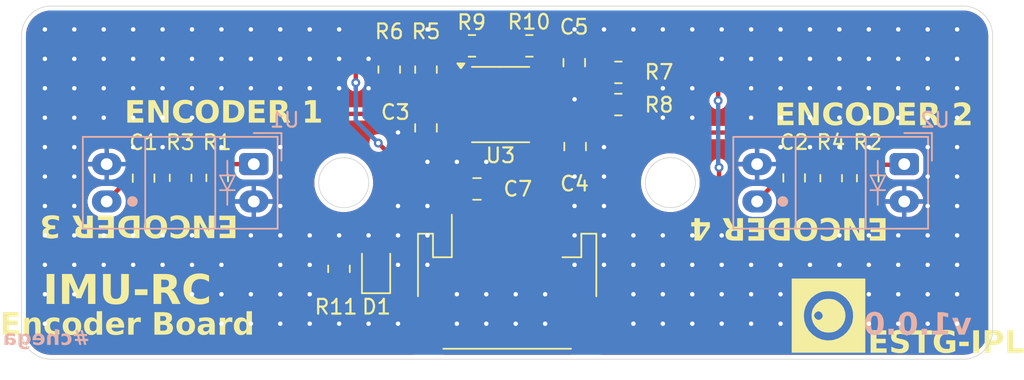
<source format=kicad_pcb>
(kicad_pcb (version 20241229) (generator "pcbnew") (generator_version "9.0")
  (title_block (title "IMU-RC Car Encoders Board") (date "2025-04-18") (rev "1") (company "ESTG-IPL"))
  (layers (0 "F.Cu" signal) (2 "B.Cu" signal) (13 "F.Paste" user) (15 "B.Paste" user) (5 "F.SilkS" user "F.Silkscreen") (7 "B.SilkS" user "B.Silkscreen") (1 "F.Mask" user) (3 "B.Mask" user) (25 "Edge.Cuts" user))
  (net 0 "")
  (net 1 "Net-(U3A-+)")
  (net 2 "GND")
  (net 3 "Net-(U3B-+)")
  (net 4 "+3.3V")
  (net 5 "Net-(D1-A)")
  (net 6 "ENC1")
  (net 7 "ENC2")
  (net 8 "Net-(R1-Pad2)")
  (net 9 "Net-(R2-Pad2)")
  (net 10 "Net-(U3A--)")
  (net 11 "Net-(U3B--)")
  (footprint "Capacitor_SMD:C_0805_2012Metric" (layer "F.Cu") (at 152.038099 102.959623 -90)
    (property "Reference" "C4" (at 2.53 0.04 180) (layer "F.SilkS"))
    (property "Value" "100nF")
    (fp_line (start -0.261252 0.735) (end 0.261252 0.735) (stroke (width 0.12)) (layer "F.SilkS"))
    (fp_line (start -0.261252 -0.735) (end 0.261252 -0.735) (stroke (width 0.12)) (layer "F.SilkS"))
    (pad "1" smd roundrect (at -0.95 0 270) (size 1 1.45) (layers "F.Cu" "F.Mask" "F.Paste") (net 3 "Net-(U3B-+)"))
    (pad "2" smd roundrect (at 0.95 0 270) (size 1 1.45) (layers "F.Cu" "F.Mask" "F.Paste") (net 2 "GND"))
  )
  (footprint "Resistor_SMD:R_0805_2012Metric" (layer "F.Cu") (at 148.928146 96.116341 180)
    (property "Reference" "R10" (at 0.025 1.625 180) (layer "F.SilkS"))
    (property "Value" "10k")
    (fp_line (start -0.227064 0.735) (end 0.227064 0.735) (stroke (width 0.12)) (layer "F.SilkS"))
    (fp_line (start -0.227064 -0.735) (end 0.227064 -0.735) (stroke (width 0.12)) (layer "F.SilkS"))
    (pad "1" smd roundrect (at -0.9125 0 180) (size 1.025 1.4) (layers "F.Cu" "F.Mask" "F.Paste") (roundrect_rratio 0.243902) (net 4 "+3.3V"))
    (pad "2" smd roundrect (at 0.9125 0 180) (size 1.025 1.4) (layers "F.Cu" "F.Mask" "F.Paste") (roundrect_rratio 0.243902) (net 7 "ENC2"))
  )
  (footprint "LED_SMD:LED_0805_2012Metric" (layer "F.Cu") (at 138.510001 111.2425 90)
    (property "Reference" "D1" (at -2.6125 0.025 180) (layer "F.SilkS"))
    (property "Value" "LED")
    (fp_line (start 1 -0.96) (end -1.685 -0.96) (stroke (width 0.12)) (layer "F.SilkS"))
    (fp_line (start -1.685 -0.96) (end -1.685 0.96) (stroke (width 0.12)) (layer "F.SilkS"))
    (fp_line (start -1.685 0.96) (end 1 0.96) (stroke (width 0.12)) (layer "F.SilkS"))
    (pad "1" smd roundrect (at -0.9375 0 90) (size 0.975 1.4) (layers "F.Cu" "F.Mask" "F.Paste") (net 2 "GND"))
    (pad "2" smd roundrect (at 0.9375 0 90) (size 0.975 1.4) (layers "F.Cu" "F.Mask" "F.Paste") (net 5 "Net-(D1-A)"))
  )
  (footprint "LOGO" (layer "F.Cu") (at 169.260001 114.430462)
    (property "Reference" "G***" (hide yes))
    (property "Value" "LOGO" (hide yes))
    (fp_poly (pts (xy 2.500923 0.019538) (xy 2.500923 2.54) (xy 0 2.54) (xy -2.500923 2.54) (xy -2.500923 0.044539) (xy -1.674774 0.044539) (xy -1.640412 0.373351) (xy -1.540809 0.691696) (xy -1.374224 0.988542) (xy -1.313562 1.068506) (xy -1.061763 1.322363) (xy -0.771087 1.515764) (xy -0.452424 1.644662) (xy -0.116659 1.705013) (xy 0.225319 1.692767) (xy 0.320461 1.67583) (xy 0.661685 1.56633) (xy 0.967138 1.393016) (xy 1.228376 1.163845) (xy 1.436958 0.886773) (xy 1.584442 0.569756) (xy 1.620037 0.450943) (xy 1.67354 0.096729) (xy 1.65316 -0.249816) (xy 1.563152 -0.579516) (xy 1.407771 -0.883194) (xy 1.191275 -1.151674) (xy 0.917917 -1.375781) (xy 0.720279 -1.489141) (xy 0.575806 -1.555057) (xy 0.449712 -1.596214) (xy 0.31135 -1.619759) (xy 0.130075 -1.632835) (xy 0.097544 -1.634323) (xy -0.199828 -1.632127) (xy -0.451926 -1.592226) (xy -0.685269 -1.507804) (xy -0.926375 -1.372042) (xy -0.928863 -1.370436) (xy -1.194608 -1.154757) (xy -1.403811 -0.894389) (xy -1.554733 -0.600363) (xy -1.645634 -0.28371) (xy -1.674774 0.044539) (xy -2.500923 0.044539) (xy -2.500923 0.019538) (xy -2.500923 -2.500923) (xy 0 -2.500923) (xy 2.500923 -2.500923)) (fill yes) (layer "F.SilkS"))
    (fp_poly (pts (xy 0.129554 -1.114539) (xy 0.344688 -1.080893) (xy 0.497144 -1.025061) (xy 0.750518 -0.856142) (xy 0.941697 -0.648396) (xy 1.042655 -0.477413) (xy 1.133606 -0.207913) (xy 1.153649 0.069327) (xy 1.107397 0.341918) (xy 0.99946 0.597475) (xy 0.83445 0.823611) (xy 0.616978 1.00794) (xy 0.456821 1.09625) (xy 0.254463 1.155294) (xy 0.016016 1.174832) (xy -0.227511 1.155434) (xy -0.44511 1.097668) (xy -0.488462 1.078904) (xy -0.732255 0.923233) (xy -0.925253 0.71845) (xy -1.062968 0.477122) (xy -1.14091 0.211819) (xy -1.150417 0.019538) (xy -0.976923 0.019538) (xy -0.942569 0.134033) (xy -0.856359 0.236298) (xy -0.743568 0.30152) (xy -0.678372 0.312615) (xy -0.572661 0.286007) (xy -0.481211 0.227649) (xy -0.408829 0.118683) (xy -0.39077 0.030489) (xy -0.424167 -0.089952) (xy -0.50847 -0.195874) (xy -0.619845 -0.262551) (xy -0.683847 -0.273539) (xy -0.781281 -0.246447) (xy -0.877647 -0.180924) (xy -0.881007 -0.177623) (xy -0.947647 -0.082386) (xy -0.976867 0.015997) (xy -0.976923 0.019538) (xy -1.150417 0.019538) (xy -1.154592 -0.064889) (xy -1.099525 -0.340434) (xy -1.043742 -0.47602) (xy -0.888538 -0.717468) (xy -0.679289 -0.912038) (xy -0.497145 -1.025061) (xy -0.320635 -1.086623) (xy -0.101978 -1.116448)) (fill yes) (layer "F.SilkS"))
  )
  (footprint "Package_SO:SOIC-8_3.9x4.9mm_P1.27mm" (layer "F.Cu") (at 146.974379 100.106331)
    (property "Reference" "U3" (at -0.007302 3.457962 0) (layer "F.SilkS"))
    (property "Value" "LMV393")
    (fp_line (start 0 -2.56) (end -1.95 -2.56) (stroke (width 0.12)) (layer "F.SilkS"))
    (fp_line (start 0 -2.56) (end 1.95 -2.56) (stroke (width 0.12)) (layer "F.SilkS"))
    (fp_line (start 0 2.56) (end -1.95 2.56) (stroke (width 0.12)) (layer "F.SilkS"))
    (fp_line (start 0 2.56) (end 1.95 2.56) (stroke (width 0.12)) (layer "F.SilkS"))
    (fp_poly (pts (xy -2.7 -2.465) (xy -2.94 -2.795) (xy -2.46 -2.795) (xy -2.7 -2.465)) (stroke (width 0.12)) (fill yes) (layer "F.SilkS"))
    (pad "1" smd roundrect (at -2.475 -1.905) (size 1.95 0.6) (layers "F.Cu" "F.Mask" "F.Paste") (net 6 "ENC1"))
    (pad "2" smd roundrect (at -2.475 -0.635) (size 1.95 0.6) (layers "F.Cu" "F.Mask" "F.Paste") (net 10 "Net-(U3A--)"))
    (pad "3" smd roundrect (at -2.475 0.635) (size 1.95 0.6) (layers "F.Cu" "F.Mask" "F.Paste") (net 1 "Net-(U3A-+)"))
    (pad "4" smd roundrect (at -2.475 1.905) (size 1.95 0.6) (layers "F.Cu" "F.Mask" "F.Paste") (net 2 "GND"))
    (pad "5" smd roundrect (at 2.475 1.905) (size 1.95 0.6) (layers "F.Cu" "F.Mask" "F.Paste") (net 3 "Net-(U3B-+)"))
    (pad "6" smd roundrect (at 2.475 0.635) (size 1.95 0.6) (layers "F.Cu" "F.Mask" "F.Paste") (net 11 "Net-(U3B--)"))
    (pad "7" smd roundrect (at 2.475 -0.635) (size 1.95 0.6) (layers "F.Cu" "F.Mask" "F.Paste") (net 7 "ENC2"))
    (pad "8" smd roundrect (at 2.475 -1.905) (size 1.95 0.6) (layers "F.Cu" "F.Mask" "F.Paste") (net 4 "+3.3V"))
  )
  (footprint "Resistor_SMD:R_0805_2012Metric" (layer "F.Cu") (at 154.977501 97.92)
    (property "Reference" "R7" (at 2.7625 -0.02 0) (layer "F.SilkS"))
    (property "Value" "10k")
    (fp_line (start -0.227064 -0.735) (end 0.227064 -0.735) (stroke (width 0.12)) (layer "F.SilkS"))
    (fp_line (start -0.227064 0.735) (end 0.227064 0.735) (stroke (width 0.12)) (layer "F.SilkS"))
    (pad "1" smd roundrect (at -0.9125 0) (size 1.025 1.4) (layers "F.Cu" "F.Mask" "F.Paste") (roundrect_rratio 0.243902) (net 4 "+3.3V"))
    (pad "2" smd roundrect (at 0.9125 0) (size 1.025 1.4) (layers "F.Cu" "F.Mask" "F.Paste") (roundrect_rratio 0.243902) (net 11 "Net-(U3B--)"))
  )
  (footprint "Resistor_SMD:R_0805_2012Metric" (layer "F.Cu") (at 127.710001 105.08875 90)
    (property "Reference" "R1" (at 2.4125 0 180) (layer "F.SilkS"))
    (property "Value" "180")
    (fp_line (start -0.227064 -0.735) (end 0.227064 -0.735) (stroke (width 0.12)) (layer "F.SilkS"))
    (fp_line (start -0.227064 0.735) (end 0.227064 0.735) (stroke (width 0.12)) (layer "F.SilkS"))
    (pad "1" smd roundrect (at -0.9125 0 90) (size 1.025 1.4) (layers "F.Cu" "F.Mask" "F.Paste") (roundrect_rratio 0.243902) (net 4 "+3.3V"))
    (pad "2" smd roundrect (at 0.9125 0 90) (size 1.025 1.4) (layers "F.Cu" "F.Mask" "F.Paste") (roundrect_rratio 0.243902) (net 8 "Net-(R1-Pad2)"))
  )
  (footprint "Resistor_SMD:R_0805_2012Metric" (layer "F.Cu") (at 169.440001 105.11125 90)
    (property "Reference" "R4" (at 2.445 -0.015 180) (layer "F.SilkS"))
    (property "Value" "10k")
    (fp_line (start -0.227064 -0.735) (end 0.227064 -0.735) (stroke (width 0.12)) (layer "F.SilkS"))
    (fp_line (start -0.227064 0.735) (end 0.227064 0.735) (stroke (width 0.12)) (layer "F.SilkS"))
    (pad "1" smd roundrect (at -0.9125 0 90) (size 1.025 1.4) (layers "F.Cu" "F.Mask" "F.Paste") (roundrect_rratio 0.243902) (net 4 "+3.3V"))
    (pad "2" smd roundrect (at 0.9125 0 90) (size 1.025 1.4) (layers "F.Cu" "F.Mask" "F.Paste") (roundrect_rratio 0.243902) (net 3 "Net-(U3B-+)"))
  )
  (footprint "Resistor_SMD:R_0805_2012Metric" (layer "F.Cu") (at 145.028146 96.116341)
    (property "Reference" "R9" (at -0.025 -1.6 180) (layer "F.SilkS"))
    (property "Value" "10k")
    (fp_line (start -0.227064 -0.735) (end 0.227064 -0.735) (stroke (width 0.12)) (layer "F.SilkS"))
    (fp_line (start -0.227064 0.735) (end 0.227064 0.735) (stroke (width 0.12)) (layer "F.SilkS"))
    (pad "1" smd roundrect (at -0.9125 0) (size 1.025 1.4) (layers "F.Cu" "F.Mask" "F.Paste") (roundrect_rratio 0.243902) (net 4 "+3.3V"))
    (pad "2" smd roundrect (at 0.9125 0) (size 1.025 1.4) (layers "F.Cu" "F.Mask" "F.Paste") (roundrect_rratio 0.243902) (net 6 "ENC1"))
  )
  (footprint "Resistor_SMD:R_0805_2012Metric" (layer "F.Cu") (at 139.403146 97.728841 90)
    (property "Reference" "R6" (at 2.5875 0 0) (layer "F.SilkS"))
    (property "Value" "10k")
    (fp_line (start -0.227064 -0.735) (end 0.227064 -0.735) (stroke (width 0.12)) (layer "F.SilkS"))
    (fp_line (start -0.227064 0.735) (end 0.227064 0.735) (stroke (width 0.12)) (layer "F.SilkS"))
    (pad "1" smd roundrect (at -0.9125 0 90) (size 1.025 1.4) (layers "F.Cu" "F.Mask" "F.Paste") (roundrect_rratio 0.243902) (net 10 "Net-(U3A--)"))
    (pad "2" smd roundrect (at 0.9125 0 90) (size 1.025 1.4) (layers "F.Cu" "F.Mask" "F.Paste") (roundrect_rratio 0.243902) (net 2 "GND"))
  )
  (footprint "Resistor_SMD:R_0805_2012Metric" (layer "F.Cu") (at 125.225001 105.08875 90)
    (property "Reference" "R3" (at 2.4125 -0.015 180) (layer "F.SilkS"))
    (property "Value" "10k")
    (fp_line (start -0.227064 -0.735) (end 0.227064 -0.735) (stroke (width 0.12)) (layer "F.SilkS"))
    (fp_line (start -0.227064 0.735) (end 0.227064 0.735) (stroke (width 0.12)) (layer "F.SilkS"))
    (pad "1" smd roundrect (at -0.9125 0 90) (size 1.025 1.4) (layers "F.Cu" "F.Mask" "F.Paste") (roundrect_rratio 0.243902) (net 4 "+3.3V"))
    (pad "2" smd roundrect (at 0.9125 0 90) (size 1.025 1.4) (layers "F.Cu" "F.Mask" "F.Paste") (roundrect_rratio 0.243902) (net 1 "Net-(U3A-+)"))
  )
  (footprint "Capacitor_SMD:C_0805_2012Metric" (layer "F.Cu") (at 122.710001 105.10875 -90)
    (property "Reference" "C1" (at -2.4325 0 180) (layer "F.SilkS"))
    (property "Value" "1nF")
    (fp_line (start -0.261252 0.735) (end 0.261252 0.735) (stroke (width 0.12)) (layer "F.SilkS"))
    (fp_line (start -0.261252 -0.735) (end 0.261252 -0.735) (stroke (width 0.12)) (layer "F.SilkS"))
    (pad "1" smd roundrect (at -0.95 0 270) (size 1 1.45) (layers "F.Cu" "F.Mask" "F.Paste") (net 1 "Net-(U3A-+)"))
    (pad "2" smd roundrect (at 0.95 0 270) (size 1 1.45) (layers "F.Cu" "F.Mask" "F.Paste") (net 2 "GND"))
  )
  (footprint "Capacitor_SMD:C_0805_2012Metric" (layer "F.Cu") (at 145.370001 105.84)
    (property "Reference" "C7" (at 2.775 0 0) (layer "F.SilkS"))
    (property "Value" "10uF")
    (fp_line (start -0.261252 -0.735) (end 0.261252 -0.735) (stroke (width 0.12)) (layer "F.SilkS"))
    (fp_line (start -0.261252 0.735) (end 0.261252 0.735) (stroke (width 0.12)) (layer "F.SilkS"))
    (pad "1" smd roundrect (at -0.95 0) (size 1 1.45) (layers "F.Cu" "F.Mask" "F.Paste") (net 4 "+3.3V"))
    (pad "2" smd roundrect (at 0.95 0) (size 1 1.45) (layers "F.Cu" "F.Mask" "F.Paste") (net 2 "GND"))
  )
  (footprint "Resistor_SMD:R_0805_2012Metric" (layer "F.Cu") (at 154.974856 100.107109)
    (property "Reference" "R8" (at 2.76509 0.024599 0) (layer "F.SilkS"))
    (property "Value" "10k")
    (fp_line (start -0.227064 -0.735) (end 0.227064 -0.735) (stroke (width 0.12)) (layer "F.SilkS"))
    (fp_line (start -0.227064 0.735) (end 0.227064 0.735) (stroke (width 0.12)) (layer "F.SilkS"))
    (pad "1" smd roundrect (at -0.9125 0) (size 1.025 1.4) (layers "F.Cu" "F.Mask" "F.Paste") (roundrect_rratio 0.243902) (net 11 "Net-(U3B--)"))
    (pad "2" smd roundrect (at 0.9125 0) (size 1.025 1.4) (layers "F.Cu" "F.Mask" "F.Paste") (roundrect_rratio 0.243902) (net 2 "GND"))
  )
  (footprint "Capacitor_SMD:C_0805_2012Metric" (layer "F.Cu") (at 166.925001 105.09125 -90)
    (property "Reference" "C2" (at -2.425 0 180) (layer "F.SilkS"))
    (property "Value" "1nF")
    (fp_line (start -0.261252 0.735) (end 0.261252 0.735) (stroke (width 0.12)) (layer "F.SilkS"))
    (fp_line (start -0.261252 -0.735) (end 0.261252 -0.735) (stroke (width 0.12)) (layer "F.SilkS"))
    (pad "1" smd roundrect (at -0.95 0 270) (size 1 1.45) (layers "F.Cu" "F.Mask" "F.Paste") (net 3 "Net-(U3B-+)"))
    (pad "2" smd roundrect (at 0.95 0 270) (size 1 1.45) (layers "F.Cu" "F.Mask" "F.Paste") (net 2 "GND"))
  )
  (footprint "Resistor_SMD:R_0805_2012Metric" (layer "F.Cu") (at 171.925001 105.11125 90)
    (property "Reference" "R2" (at 2.445 0 180) (layer "F.SilkS"))
    (property "Value" "180")
    (fp_line (start -0.227064 -0.735) (end 0.227064 -0.735) (stroke (width 0.12)) (layer "F.SilkS"))
    (fp_line (start -0.227064 0.735) (end 0.227064 0.735) (stroke (width 0.12)) (layer "F.SilkS"))
    (pad "1" smd roundrect (at -0.9125 0 90) (size 1.025 1.4) (layers "F.Cu" "F.Mask" "F.Paste") (roundrect_rratio 0.243902) (net 4 "+3.3V"))
    (pad "2" smd roundrect (at 0.9125 0 90) (size 1.025 1.4) (layers "F.Cu" "F.Mask" "F.Paste") (roundrect_rratio 0.243902) (net 9 "Net-(R2-Pad2)"))
  )
  (footprint "IMURCLibrary:JST_PH_S4B-PH-SM4-TB_1x04-1MP_P2.00mm_Horizontal" (layer "F.Cu") (at 147.418759 112.193805)
    (property "Reference" "J1" (hide yes))
    (property "Value" "Conn_01x04_Socket")
    (fp_line (start -6.06 -3.31) (end -5.04 -3.31) (stroke (width 0.12)) (layer "F.SilkS"))
    (fp_line (start -6.06 0.94) (end -6.06 -3.31) (stroke (width 0.12)) (layer "F.SilkS"))
    (fp_line (start -5.04 -3.31) (end -5.04 -1.71) (stroke (width 0.12)) (layer "F.SilkS"))
    (fp_line (start -5.04 -1.71) (end -3.76 -1.71) (stroke (width 0.12)) (layer "F.SilkS"))
    (fp_line (start -4.34 4.51) (end 4.34 4.51) (stroke (width 0.12)) (layer "F.SilkS"))
    (fp_line (start -3.76 -1.71) (end -3.76 -4.6) (stroke (width 0.12)) (layer "F.SilkS"))
    (fp_line (start 5.04 -3.31) (end 5.04 -1.71) (stroke (width 0.12)) (layer "F.SilkS"))
    (fp_line (start 5.04 -1.71) (end 3.76 -1.71) (stroke (width 0.12)) (layer "F.SilkS"))
    (fp_line (start 6.06 -3.31) (end 5.04 -3.31) (stroke (width 0.12)) (layer "F.SilkS"))
    (fp_line (start 6.06 0.94) (end 6.06 -3.31) (stroke (width 0.12)) (layer "F.SilkS"))
    (pad "1" smd roundrect (at -3 -2.85) (size 1 3.5) (layers "F.Cu" "F.Mask" "F.Paste") (net 4 "+3.3V"))
    (pad "2" smd roundrect (at -1 -2.85) (size 1 3.5) (layers "F.Cu" "F.Mask" "F.Paste") (net 2 "GND"))
    (pad "3" smd roundrect (at 1 -2.85) (size 1 3.5) (layers "F.Cu" "F.Mask" "F.Paste") (net 6 "ENC1"))
    (pad "4" smd roundrect (at 3 -2.85) (size 1 3.5) (layers "F.Cu" "F.Mask" "F.Paste") (net 7 "ENC2"))
    (pad "MP" smd roundrect (at -5.35 2.9) (size 1.5 3.4) (layers "F.Cu" "F.Mask" "F.Paste") (roundrect_rratio 0.166667))
    (pad "MP" smd roundrect (at 5.35 2.9) (size 1.5 3.4) (layers "F.Cu" "F.Mask" "F.Paste") (roundrect_rratio 0.166667))
  )
  (footprint "Resistor_SMD:R_0805_2012Metric" (layer "F.Cu") (at 135.989146 111.272242 -90)
    (property "Reference" "R11" (at 2.5875 0.2 180) (layer "F.SilkS"))
    (property "Value" "1k")
    (fp_line (start -0.227064 0.735) (end 0.227064 0.735) (stroke (width 0.12)) (layer "F.SilkS"))
    (fp_line (start -0.227064 -0.735) (end 0.227064 -0.735) (stroke (width 0.12)) (layer "F.SilkS"))
    (pad "1" smd roundrect (at -0.9125 0 270) (size 1.025 1.4) (layers "F.Cu" "F.Mask" "F.Paste") (roundrect_rratio 0.243902) (net 5 "Net-(D1-A)"))
    (pad "2" smd roundrect (at 0.9125 0 270) (size 1.025 1.4) (layers "F.Cu" "F.Mask" "F.Paste") (roundrect_rratio 0.243902) (net 4 "+3.3V"))
  )
  (footprint "Capacitor_SMD:C_0805_2012Metric" (layer "F.Cu") (at 151.979238 97.255366 90)
    (property "Reference" "C5" (at 2.425588 -0.01168 180) (layer "F.SilkS"))
    (property "Value" "100nF")
    (fp_line (start -0.261252 -0.735) (end 0.261252 -0.735) (stroke (width 0.12)) (layer "F.SilkS"))
    (fp_line (start -0.261252 0.735) (end 0.261252 0.735) (stroke (width 0.12)) (layer "F.SilkS"))
    (pad "1" smd roundrect (at -0.95 0 90) (size 1 1.45) (layers "F.Cu" "F.Mask" "F.Paste") (net 4 "+3.3V"))
    (pad "2" smd roundrect (at 0.95 0 90) (size 1 1.45) (layers "F.Cu" "F.Mask" "F.Paste") (net 2 "GND"))
  )
  (footprint "Resistor_SMD:R_0805_2012Metric" (layer "F.Cu") (at 141.903146 97.728841 -90)
    (property "Reference" "R5" (at -2.5875 0 0) (layer "F.SilkS"))
    (property "Value" "10k")
    (fp_line (start -0.227064 0.735) (end 0.227064 0.735) (stroke (width 0.12)) (layer "F.SilkS"))
    (fp_line (start -0.227064 -0.735) (end 0.227064 -0.735) (stroke (width 0.12)) (layer "F.SilkS"))
    (pad "1" smd roundrect (at -0.9125 0 270) (size 1.025 1.4) (layers "F.Cu" "F.Mask" "F.Paste") (roundrect_rratio 0.243902) (net 4 "+3.3V"))
    (pad "2" smd roundrect (at 0.9125 0 270) (size 1.025 1.4) (layers "F.Cu" "F.Mask" "F.Paste") (roundrect_rratio 0.243902) (net 10 "Net-(U3A--)"))
  )
  (footprint "Capacitor_SMD:C_0805_2012Metric" (layer "F.Cu") (at 141.903146 101.691341 -90)
    (property "Reference" "C3" (at -1.066718 2.080047 180) (layer "F.SilkS"))
    (property "Value" "100nF")
    (fp_line (start -0.261252 0.735) (end 0.261252 0.735) (stroke (width 0.12)) (layer "F.SilkS"))
    (fp_line (start -0.261252 -0.735) (end 0.261252 -0.735) (stroke (width 0.12)) (layer "F.SilkS"))
    (pad "1" smd roundrect (at -0.95 0 270) (size 1 1.45) (layers "F.Cu" "F.Mask" "F.Paste") (net 1 "Net-(U3A-+)"))
    (pad "2" smd roundrect (at 0.95 0 270) (size 1 1.45) (layers "F.Cu" "F.Mask" "F.Paste") (net 2 "GND"))
  )
  (footprint "OptoDevice:Everlight_ITR9608-F" (layer "B.Cu") (at 174.406607 104.152627 180)
    (property "Reference" "U2" (at -1 3 0) (layer "B.SilkS") (effects (justify right mirror)))
    (property "Value" "ITR9608-F")
    (fp_line (start 11.62 1.85) (end -1.62 1.85) (stroke (width 0.12)) (layer "B.SilkS"))
    (fp_line (start 11.62 -4.39) (end 11.62 1.85) (stroke (width 0.12)) (layer "B.SilkS"))
    (fp_line (start 7.38 1.85) (end 7.38 -4.37) (stroke (width 0.12)) (layer "B.SilkS"))
    (fp_line (start 2.62 1.85) (end 2.62 -4.37) (stroke (width 0.12)) (layer "B.SilkS"))
    (fp_line (start 2.3 -0.77) (end 1.8 -1.77) (stroke (width 0.12)) (layer "B.SilkS"))
    (fp_line (start 1.8 0.23) (end 1.8 -0.77) (stroke (width 0.12)) (layer "B.SilkS"))
    (fp_line (start 1.8 -1.77) (end 1.3 -0.77) (stroke (width 0.12)) (layer "B.SilkS"))
    (fp_line (start 1.8 -2.77) (end 1.8 -1.77) (stroke (width 0.12)) (layer "B.SilkS"))
    (fp_line (start 1.3 -0.77) (end 2.3 -0.77) (stroke (width 0.12)) (layer "B.SilkS"))
    (fp_line (start 1.3 -1.77) (end 2.3 -1.77) (stroke (width 0.12)) (layer "B.SilkS"))
    (fp_line (start 0 2.11) (end -1.88 2.11) (stroke (width 0.12)) (layer "B.SilkS"))
    (fp_line (start -1.62 1.85) (end -1.62 -4.39) (stroke (width 0.12)) (layer "B.SilkS"))
    (fp_line (start -1.62 -4.39) (end 11.62 -4.39) (stroke (width 0.12)) (layer "B.SilkS"))
    (fp_line (start -1.88 0.23) (end -1.88 2.11) (stroke (width 0.12)) (layer "B.SilkS"))
    (fp_circle (center 8.25 -2.54) (end 8.55 -2.54) (stroke (width 0.12)) (fill yes) (layer "B.SilkS"))
    (pad "1" thru_hole roundrect (at 0 0 90) (size 1.5 2) (drill 0.8) (layers "*.Cu" "*.Mask") (roundrect_rratio 0.227) (net 9 "Net-(R2-Pad2)"))
    (pad "2" thru_hole oval (at 0 -2.54 90) (size 1.5 2) (drill 0.8) (layers "*.Cu" "*.Mask") (net 2 "GND"))
    (pad "3" thru_hole oval (at 10 -2.54 90) (size 1.5 2) (drill 0.8) (layers "*.Cu" "*.Mask") (net 3 "Net-(U3B-+)"))
    (pad "4" thru_hole oval (at 10 0 90) (size 1.5 2) (drill 0.8) (layers "*.Cu" "*.Mask") (net 2 "GND"))
  )
  (footprint "OptoDevice:Everlight_ITR9608-F" (layer "B.Cu") (at 130.200001 104.152627 180)
    (property "Reference" "U1" (at -1 3 0) (layer "B.SilkS") (effects (justify right mirror)))
    (property "Value" "ITR9608-F")
    (fp_line (start 11.62 1.85) (end -1.62 1.85) (stroke (width 0.12)) (layer "B.SilkS"))
    (fp_line (start 11.62 -4.39) (end 11.62 1.85) (stroke (width 0.12)) (layer "B.SilkS"))
    (fp_line (start 7.38 1.85) (end 7.38 -4.37) (stroke (width 0.12)) (layer "B.SilkS"))
    (fp_line (start 2.62 1.85) (end 2.62 -4.37) (stroke (width 0.12)) (layer "B.SilkS"))
    (fp_line (start 2.3 -0.77) (end 1.8 -1.77) (stroke (width 0.12)) (layer "B.SilkS"))
    (fp_line (start 1.8 0.23) (end 1.8 -0.77) (stroke (width 0.12)) (layer "B.SilkS"))
    (fp_line (start 1.8 -1.77) (end 1.3 -0.77) (stroke (width 0.12)) (layer "B.SilkS"))
    (fp_line (start 1.8 -2.77) (end 1.8 -1.77) (stroke (width 0.12)) (layer "B.SilkS"))
    (fp_line (start 1.3 -0.77) (end 2.3 -0.77) (stroke (width 0.12)) (layer "B.SilkS"))
    (fp_line (start 1.3 -1.77) (end 2.3 -1.77) (stroke (width 0.12)) (layer "B.SilkS"))
    (fp_line (start 0 2.11) (end -1.88 2.11) (stroke (width 0.12)) (layer "B.SilkS"))
    (fp_line (start -1.62 1.85) (end -1.62 -4.39) (stroke (width 0.12)) (layer "B.SilkS"))
    (fp_line (start -1.62 -4.39) (end 11.62 -4.39) (stroke (width 0.12)) (layer "B.SilkS"))
    (fp_line (start -1.88 0.23) (end -1.88 2.11) (stroke (width 0.12)) (layer "B.SilkS"))
    (fp_circle (center 8.25 -2.54) (end 8.55 -2.54) (stroke (width 0.12)) (fill yes) (layer "B.SilkS"))
    (pad "1" thru_hole roundrect (at 0 0 90) (size 1.5 2) (drill 0.8) (layers "*.Cu" "*.Mask") (roundrect_rratio 0.227) (net 8 "Net-(R1-Pad2)"))
    (pad "2" thru_hole oval (at 0 -2.54 90) (size 1.5 2) (drill 0.8) (layers "*.Cu" "*.Mask") (net 2 "GND"))
    (pad "3" thru_hole oval (at 10 -2.54 90) (size 1.5 2) (drill 0.8) (layers "*.Cu" "*.Mask") (net 1 "Net-(U3A-+)"))
    (pad "4" thru_hole oval (at 10 0 90) (size 1.5 2) (drill 0.8) (layers "*.Cu" "*.Mask") (net 2 "GND"))
  )
  (gr_line (start 116.414215 93.414214) (end 178.414215 93.414214) (stroke (width 0.05)) (layer "Edge.Cuts"))
  (gr_arc (start 178.414215 93.414214) (mid 179.828415 94.000006) (end 180.414215 95.414214) (stroke (width 0.05)) (layer "Edge.Cuts"))
  (gr_circle (center 136.309908 105.414311) (end 138.009908 105.414311) (stroke (width 0.05)) (fill no) (layer "Edge.Cuts"))
  (gr_circle (center 158.509908 105.414311) (end 160.209908 105.414311) (stroke (width 0.05)) (fill no) (layer "Edge.Cuts"))
  (gr_line (start 114.414215 115.414214) (end 114.414215 95.414215) (stroke (width 0.05)) (layer "Edge.Cuts"))
  (gr_arc (start 116.414215 117.414214) (mid 115.000001 116.828428) (end 114.414215 115.414214) (stroke (width 0.05)) (layer "Edge.Cuts"))
  (gr_arc (start 114.414215 95.414215) (mid 115 94) (end 116.414215 93.414214) (stroke (width 0.05)) (layer "Edge.Cuts"))
  (gr_arc (start 180.414215 115.414214) (mid 179.828424 116.828423) (end 178.414215 117.414214) (stroke (width 0.05)) (layer "Edge.Cuts"))
  (gr_line (start 116.414215 117.414213) (end 178.414215 117.414214) (stroke (width 0.05)) (layer "Edge.Cuts"))
  (gr_line (start 180.414215 95.414214) (end 180.414215 115.414214) (stroke (width 0.05)) (layer "Edge.Cuts"))
  (gr_text "ESTG-IPL" (at 171.930001 117.23 0) (layer "F.SilkS") (effects (font (size 1.5 1.5) (thickness 0.3) (bold yes)) (justify left bottom)))
  (gr_text "Encoder Board" (at 121.600001 116 0) (layer "F.SilkS") (effects (font (size 1.5 1.5) (thickness 0.3) (bold yes)) (justify bottom)))
  (gr_text "IMU-RC" (at 121.600001 114 0) (layer "F.SilkS") (effects (font (size 2 2) (thickness 0.3) (bold yes)) (justify bottom)))
  (gr_text "ENCODER 4" (at 173.330001 107.57 180) (layer "F.SilkS") (effects (font (size 1.5 1.5) (thickness 0.3) (bold yes)) (justify left bottom)))
  (gr_text "ENCODER 2" (at 165.600001 101.76 0) (layer "F.SilkS") (effects (font (size 1.5 1.5) (thickness 0.3) (bold yes)) (justify left bottom)))
  (gr_text "ENCODER 3" (at 129.140001 107.4 180) (layer "F.SilkS") (effects (font (size 1.5 1.5) (thickness 0.3) (bold yes)) (justify left bottom)))
  (gr_text "ENCODER 1" (at 121.410001 101.59 0) (layer "F.SilkS") (effects (font (size 1.5 1.5) (thickness 0.3) (bold yes)) (justify left bottom)))
  (gr_text "v1.0.0" (at 179.000001 116 0) (layer "B.SilkS") (effects (font (size 1.5 1.5) (thickness 0.3) (bold yes)) (justify left bottom mirror)))
  (gr_text "#chega" (at 119.040001 116.61 0) (layer "B.SilkS") (effects (font (size 1 1) (thickness 0.25) (bold yes)) (justify left bottom mirror)))
  (segment (start 144.499379 100.741331) (end 141.903156 100.741331) (width 0.3) (layer "F.Cu") (net 1))
  (segment (start 120.200001 106.66875) (end 122.710001 104.15875) (width 0.3) (layer "F.Cu") (net 1))
  (segment (start 120.200001 106.692627) (end 120.200001 106.66875) (width 0.3) (layer "F.Cu") (net 1))
  (segment (start 128.65991 100.741341) (end 141.903146 100.741341) (width 0.3) (layer "F.Cu") (net 1))
  (segment (start 122.710001 104.15875) (end 125.207501 104.15875) (width 0.3) (layer "F.Cu") (net 1))
  (segment (start 125.207501 104.15875) (end 125.225001 104.17625) (width 0.3) (layer "F.Cu") (net 1))
  (segment (start 141.903156 100.741331) (end 141.903146 100.741341) (width 0.3) (layer "F.Cu") (net 1))
  (segment (start 122.703878 104.152627) (end 122.710001 104.15875) (width 0.3) (layer "F.Cu") (net 1))
  (segment (start 125.225001 104.17625) (end 128.65991 100.741341) (width 0.3) (layer "F.Cu") (net 1))
  (via (at 170.000001 101) (size 0.6) (drill 0.3) (layers "F.Cu" "B.Cu") (net 2))
  (via (at 156.000001 111) (size 0.6) (drill 0.3) (layers "F.Cu" "B.Cu") (net 2))
  (via (at 160.000001 95) (size 0.6) (drill 0.3) (layers "F.Cu" "B.Cu") (net 2))
  (via (at 176.000001 105) (size 0.6) (drill 0.3) (layers "F.Cu" "B.Cu") (net 2))
  (via (at 120.000001 95) (size 0.6) (drill 0.3) (layers "F.Cu" "B.Cu") (net 2))
  (via (at 172.000001 113) (size 0.6) (drill 0.3) (layers "F.Cu" "B.Cu") (net 2))
  (via (at 170.000001 111) (size 0.6) (drill 0.3) (layers "F.Cu" "B.Cu") (net 2))
  (via (at 176.000001 113) (size 0.6) (drill 0.3) (layers "F.Cu" "B.Cu") (net 2))
  (via (at 116.000001 97) (size 0.6) (drill 0.3) (layers "F.Cu" "B.Cu") (net 2))
  (via (at 130.000001 109) (size 0.6) (drill 0.3) (layers "F.Cu" "B.Cu") (net 2))
  (via (at 174.000001 97) (size 0.6) (drill 0.3) (layers "F.Cu" "B.Cu") (net 2))
  (via (at 166.000001 111) (size 0.6) (drill 0.3) (layers "F.Cu" "B.Cu") (net 2))
  (via (at 120.000001 99) (size 0.6) (drill 0.3) (layers "F.Cu" "B.Cu") (net 2))
  (via (at 126.000001 111) (size 0.6) (drill 0.3) (layers "F.Cu" "B.Cu") (net 2))
  (via (at 164.000001 115) (size 0.6) (drill 0.3) (layers "F.Cu" "B.Cu") (net 2))
  (via (at 172.000001 109) (size 0.6) (drill 0.3) (layers "F.Cu" "B.Cu") (net 2))
  (via (at 132.000001 105) (size 0.6) (drill 0.3) (layers "F.Cu" "B.Cu") (net 2))
  (via (at 122.000001 97) (size 0.6) (drill 0.3) (layers "F.Cu" "B.Cu") (net 2))
  (via (at 154.000001 103) (size 0.6) (drill 0.3) (layers "F.Cu" "B.Cu") (net 2))
  (via (at 118.000001 105) (size 0.6) (drill 0.3) (layers "F.Cu" "B.Cu") (net 2))
  (via (at 138.000001 99) (size 0.6) (drill 0.3) (layers "F.Cu" "B.Cu") (net 2))
  (via (at 160.000001 115) (size 0.6) (drill 0.3) (layers "F.Cu" "B.Cu") (net 2))
  (via (at 158.000001 109) (size 0.6) (drill 0.3) (layers "F.Cu" "B.Cu") (net 2))
  (via (at 132.000001 109) (size 0.6) (drill 0.3) (layers "F.Cu" "B.Cu") (net 2))
  (via (at 132.000001 99) (size 0.6) (drill 0.3) (layers "F.Cu" "B.Cu") (net 2))
  (via (at 178.000001 105) (size 0.6) (drill 0.3) (layers "F.Cu" "B.Cu") (net 2))
  (via (at 132.000001 95) (size 0.6) (drill 0.3) (layers "F.Cu" "B.Cu") (net 2))
  (via (at 130.000001 95) (size 0.6) (drill 0.3) (layers "F.Cu" "B.Cu") (net 2))
  (via (at 128.000001 115) (size 0.6) (drill 0.3) (layers "F.Cu" "B.Cu") (net 2))
  (via (at 146.000001 113) (size 0.6) (drill 0.3) (layers "F.Cu" "B.Cu") (net 2))
  (via (at 168.000001 111) (size 0.6) (drill 0.3) (layers "F.Cu" "B.Cu") (net 2))
  (via (at 166.000001 101) (size 0.6) (drill 0.3) (layers "F.Cu" "B.Cu") (net 2))
  (via (at 132.000001 115) (size 0.6) (drill 0.3) (layers "F.Cu" "B.Cu") (net 2))
  (via (at 116.000001 105) (size 0.6) (drill 0.3) (layers "F.Cu" "B.Cu") (net 2))
  (via (at 122.000001 99) (size 0.6) (drill 0.3) (layers "F.Cu" "B.Cu") (net 2))
  (via (at 138.000001 97) (size 0.6) (drill 0.3) (layers "F.Cu" "B.Cu") (net 2))
  (via (at 148.000001 115) (size 0.6) (drill 0.3) (layers "F.Cu" "B.Cu") (net 2))
  (via (at 178.000001 101) (size 0.6) (drill 0.3) (layers "F.Cu" "B.Cu") (net 2))
  (via (at 144.000001 104) (size 0.6) (drill 0.3) (layers "F.Cu" "B.Cu") (net 2))
  (via (at 118.000001 111) (size 0.6) (drill 0.3) (layers "F.Cu" "B.Cu") (net 2))
  (via (at 178.000001 113) (size 0.6) (drill 0.3) (layers "F.Cu" "B.Cu") (net 2))
  (via (at 116.000001 111) (size 0.6) (drill 0.3) (layers "F.Cu" "B.Cu") (net 2))
  (via (at 120.000001 97) (size 0.6) (drill 0.3) (layers "F.Cu" "B.Cu") (net 2))
  (via (at 156.000001 109) (size 0.6) (drill 0.3) (layers "F.Cu" "B.Cu") (net 2))
  (via (at 120.000001 111) (size 0.6) (drill 0.3) (layers "F.Cu" "B.Cu") (net 2))
  (via (at 140.000001 111) (size 0.6) (drill 0.3) (layers "F.Cu" "B.Cu") (net 2))
  (via (at 166.000001 99) (size 0.6) (drill 0.3) (layers "F.Cu" "B.Cu") (net 2))
  (via (at 178.000001 115) (size 0.6) (drill 0.3) (layers "F.Cu" "B.Cu") (net 2))
  (via (at 134.000001 111) (size 0.6) (drill 0.3) (layers "F.Cu" "B.Cu") (net 2))
  (via (at 156.000001 113) (size 0.6) (drill 0.3) (layers "F.Cu" "B.Cu") (net 2))
  (via (at 134.000001 99) (size 0.6) (drill 0.3) (layers "F.Cu" "B.Cu") (net 2))
  (via (at 132.000001 97) (size 0.6) (drill 0.3) (layers "F.Cu" "B.Cu") (net 2))
  (via (at 156.000001 115) (size 0.6) (drill 0.3) (layers "F.Cu" "B.Cu") (net 2))
  (via (at 130.000001 113) (size 0.6) (drill 0.3) (layers "F.Cu" "B.Cu") (net 2))
  (via (at 160.000001 113) (size 0.6) (drill 0.3) (layers "F.Cu" "B.Cu") (net 2))
  (via (at 148.000001 113) (size 0.6) (drill 0.3) (layers "F.Cu" "B.Cu") (net 2))
  (via (at 174.000001 95) (size 0.6) (drill 0.3) (layers "F.Cu" "B.Cu") (net 2))
  (via (at 136.000001 97) (size 0.6) (drill 0.3) (layers "F.Cu" "B.Cu") (net 2))
  (via (at 170.000001 109) (size 0.6) (drill 0.3) (layers "F.Cu" "B.Cu") (net 2))
  (via (at 152.000001 109) (size 0.6) (drill 0.3) (layers "F.Cu" "B.Cu") (net 2))
  (via (at 178.000001 107) (size 0.6) (drill 0.3) (layers "F.Cu" "B.Cu") (net 2))
  (via (at 134.000001 115) (size 0.6) (drill 0.3) (layers "F.Cu" "B.Cu") (net 2))
  (via (at 164.000001 99) (size 0.6) (drill 0.3) (layers "F.Cu" "B.Cu") (net 2))
  (via (at 166.000001 97) (size 0.6) (drill 0.3) (layers "F.Cu" "B.Cu") (net 2))
  (via (at 134.000001 109) (size 0.6) (drill 0.3) (layers "F.Cu" "B.Cu") (net 2))
  (via (at 170.000001 95) (size 0.6) (drill 0.3) (layers "F.Cu" "B.Cu") (net 2))
  (via (at 166.000001 113) (size 0.6) (drill 0.3) (layers "F.Cu" "B.Cu") (net 2))
  (via (at 170.000001 103) (size 0.6) (drill 0.3) (layers "F.Cu" "B.Cu") (net 2))
  (via (at 118.000001 99) (size 0.6) (drill 0.3) (layers "F.Cu" "B.Cu") (net 2))
  (via (at 126.000001 101) (size 0.6) (drill 0.3) (layers "F.Cu" "B.Cu") (net 2))
  (via (at 172.000001 101) (size 0.6) (drill 0.3) (layers "F.Cu" "B.Cu") (net 2))
  (via (at 174.000001 115) (size 0.6) (drill 0.3) (layers "F.Cu" "B.Cu") (net 2))
  (via (at 158.000001 115) (size 0.6) (drill 0.3) (layers "F.Cu" "B.Cu") (net 2))
  (via (at 166.000001 103) (size 0.6) (drill 0.3) (layers "F.Cu" "B.Cu") (net 2))
  (via (at 136.000001 99) (size 0.6) (drill 0.3) (layers "F.Cu" "B.Cu") (net 2))
  (via (at 130.000001 99) (size 0.6) (drill 0.3) (layers "F.Cu" "B.Cu") (net 2))
  (via (at 178.000001 109) (size 0.6) (drill 0.3) (layers "F.Cu" "B.Cu") (net 2))
  (via (at 140.000001 102) (size 0.6) (drill 0.3) (layers "F.Cu" "B.Cu") (net 2))
  (via (at 124.000001 97) (size 0.6) (drill 0.3) (layers "F.Cu" "B.Cu") (net 2))
  (via (at 172.000001 97) (size 0.6) (drill 0.3) (layers "F.Cu" "B.Cu") (net 2))
  (via (at 172.000001 95) (size 0.6) (drill 0.3) (layers "F.Cu" "B.Cu") (net 2))
  (via (at 146.000001 104) (size 0.6) (drill 0.3) (layers "F.Cu" "B.Cu") (net 2))
  (via (at 116.000001 95) (size 0.6) (drill 0.3) (layers "F.Cu" "B.Cu") (net 2))
  (via (at 116.000001 99) (size 0.6) (drill 0.3) (layers "F.Cu" "B.Cu") (net 2))
  (via (at 116.000001 115) (size 0.6) (drill 0.3) (layers "F.Cu" "B.Cu") (net 2))
  (via (at 142.000001 104) (size 0.6) (drill 0.3) (layers "F.Cu" "B.Cu") (net 2))
  (via (at 120.000001 109) (size 0.6) (drill 0.3) (layers "F.Cu" "B.Cu") (net 2))
  (via (at 176.000001 111) (size 0.6) (drill 0.3) (layers "F.Cu" "B.Cu") (net 2))
  (via (at 168.000001 103) (size 0.6) (drill 0.3) (layers "F.Cu" "B.Cu") (net 2))
  (via (at 156.000001 95) (size 0.6) (drill 0.3) (layers "F.Cu" "B.Cu") (net 2))
  (via (at 134.000001 95) (size 0.6) (drill 0.3) (layers "F.Cu" "B.Cu") (net 2))
  (via (at 158.000001 95) (size 0.6) (drill 0.3) (layers "F.Cu" "B.Cu") (net 2))
  (via (at 126.000001 99) (size 0.6) (drill 0.3) (layers "F.Cu" "B.Cu") (net 2))
  (via (at 166.000001 95) (size 0.6) (drill 0.3) (layers "F.Cu" "B.Cu") (net 2))
  (via (at 140.000001 115) (size 0.6) (drill 0.3) (layers "F.Cu" "B.Cu") (net 2))
  (via (at 116.000001 103) (size 0.6) (drill 0.3) (layers "F.Cu" "B.Cu") (net 2))
  (via (at 176.000001 99) (size 0.6) (drill 0.3) (layers "F.Cu" "B.Cu") (net 2))
  (via (at 154.000001 111) (size 0.6) (drill 0.3) (layers "F.Cu" "B.Cu") (net 2))
  (via (at 162.000001 109) (size 0.6) (drill 0.3) (layers "F.Cu" "B.Cu") (net 2))
  (via (at 134.000001 113) (size 0.6) (drill 0.3) (layers "F.Cu" "B.Cu") (net 2))
  (via (at 132.000001 107) (size 0.6) (drill 0.3) (layers "F.Cu" "B.Cu") (net 2))
  (via (at 126.000001 109) (size 0.6) (drill 0.3) (layers "F.Cu" "B.Cu") (net 2))
  (via (at 174.000001 101) (size 0.6) (drill 0.3) (layers "F.Cu" "B.Cu") (net 2))
  (via (at 142.000001 95) (size 0.6) (drill 0.3) (layers "F.Cu" "B.Cu") (net 2))
  (via (at 164.000001 111) (size 0.6) (drill 0.3) (layers "F.Cu" "B.Cu") (net 2))
  (via (at 116.000001 113) (size 0.6) (drill 0.3) (layers "F.Cu" "B.Cu") (net 2))
  (via (at 144.000001 113) (size 0.6) (drill 0.3) (layers "F.Cu" "B.Cu") (net 2))
  (via (at 140.000001 109) (size 0.6) (drill 0.3) (layers "F.Cu" "B.Cu") (net 2))
  (via (at 118.000001 101) (size 0.6) (drill 0.3) (layers "F.Cu" "B.Cu") (net 2))
  (via (at 166.000001 115) (size 0.6) (drill 0.3) (layers "F.Cu" "B.Cu") (net 2))
  (via (at 168.000001 95) (size 0.6) (drill 0.3) (layers "F.Cu" "B.Cu") (net 2))
  (via (at 168.000001 97) (size 0.6) (drill 0.3) (layers "F.Cu" "B.Cu") (net 2))
  (via (at 124.000001 101) (size 0.6) (drill 0.3) (layers "F.Cu" "B.Cu") (net 2))
  (via (at 154.000001 109) (size 0.6) (drill 0.3) (layers "F.Cu" "B.Cu") (net 2))
  (via (at 164.000001 101) (size 0.6) (drill 0.3) (layers "F.Cu" "B.Cu") (net 2))
  (via (at 176.000001 101) (size 0.6) (drill 0.3) (layers "F.Cu" "B.Cu") (net 2))
  (via (at 118.000001 113) (size 0.6) (drill 0.3) (layers "F.Cu" "B.Cu") (net 2))
  (via (at 126.000001 97) (size 0.6) (drill 0.3) (layers "F.Cu" "B.Cu") (net 2))
  (via (at 118.000001 103) (size 0.6) (drill 0.3) (layers "F.Cu" "B.Cu") (net 2))
  (via (at 128.000001 95) (size 0.6) (drill 0.3) (layers "F.Cu" "B.Cu") (net 2))
  (via (at 122.000001 109) (size 0.6) (drill 0.3) (layers "F.Cu" "B.Cu") (net 2))
  (via (at 174.000001 111) (size 0.6) (drill 0.3) (layers "F.Cu" "B.Cu") (net 2))
  (via (at 136.000001 109) (size 0.6) (drill 0.3) (layers "F.Cu" "B.Cu") (net 2))
  (via (at 126.000001 113) (size 0.6) (drill 0.3) (layers "F.Cu" "B.Cu") (net 2))
  (via (at 132.000001 113) (size 0.6) (drill 0.3) (layers "F.Cu" "B.Cu") (net 2))
  (via (at 128.000001 99) (size 0.6) (drill 0.3) (layers "F.Cu" "B.Cu") (net 2))
  (via (at 178.000001 103) (size 0.6) (drill 0.3) (layers "F.Cu" "B.Cu") (net 2))
  (via (at 120.000001 101) (size 0.6) (drill 0.3) (layers "F.Cu" "B.Cu") (net 2))
  (via (at 116.000001 101) (size 0.6) (drill 0.3) (layers "F.Cu" "B.Cu") (net 2))
  (via (at 142.000001 109) (size 0.6) (drill 0.3) (layers "F.Cu" "B.Cu") (net 2))
  (via (at 138.000001 115) (size 0.6) (drill 0.3) (layers "F.Cu" "B.Cu") (net 2))
  (via (at 130.000001 97) (size 0.6) (drill 0.3) (layers "F.Cu" "B.Cu") (net 2))
  (via (at 176.000001 95) (size 0.6) (drill 0.3) (layers "F.Cu" "B.Cu") (net 2))
  (via (at 136.000001 95) (size 0.6) (drill 0.3) (layers "F.Cu" "B.Cu") (net 2))
  (via (at 122.000001 111) (size 0.6) (drill 0.3) (layers "F.Cu" "B.Cu") (net 2))
  (via (at 168.000001 99) (size 0.6) (drill 0.3) (layers "F.Cu" "B.Cu") (net 2))
  (via (at 160.000001 99) (size 0.6) (drill 0.3) (layers "F.Cu" "B.Cu") (net 2))
  (via (at 140.000001 107) (size 0.6) (drill 0.3) (layers "F.Cu" "B.Cu") (net 2))
  (via (at 162.000001 95) (size 0.6) (drill 0.3) (layers "F.Cu" "B.Cu") (net 2))
  (via (at 152.000001 99.75) (size 0.6) (drill 0.3) (layers "F.Cu" "B.Cu") (net 2))
  (via (at 118.000001 107) (size 0.6) (drill 0.3) (layers "F.Cu" "B.Cu") (net 2))
  (via (at 152.000001 111) (size 0.6) (drill 0.3) (layers "F.Cu" "B.Cu") (net 2))
  (via (at 154.000001 107) (size 0.6) (drill 0.3) (layers "F.Cu" "B.Cu") (net 2))
  (via (at 164.000001 95) (size 0.6) (drill 0.3) (layers "F.Cu" "B.Cu") (net 2))
  (via (at 150.000001 113) (size 0.6) (drill 0.3) (layers "F.Cu" "B.Cu") (net 2))
  (via (at 170.000001 97) (size 0.6) (drill 0.3) (layers "F.Cu" "B.Cu") (net 2))
  (via (at 172.000001 115) (size 0.6) (drill 0.3) (layers "F.Cu" "B.Cu") (net 2))
  (via (at 162.000001 113) (size 0.6) (drill 0.3) (layers "F.Cu" "B.Cu") (net 2))
  (via (at 142.000001 111) (size 0.6) (drill 0.3) (layers "F.Cu" "B.Cu") (net 2))
  (via (at 130.000001 115) (size 0.6) (drill 0.3) (layers "F.Cu" "B.Cu") (net 2))
  (via (at 128.000001 113) (size 0.6) (drill 0.3) (layers "F.Cu" "B.Cu") (net 2))
  (via (at 172.000001 103) (size 0.6) (drill 0.3) (layers "F.Cu" "B.Cu") (net 2))
  (via (at 158.000001 113) (size 0.6) (drill 0.3) (layers "F.Cu" "B.Cu") (net 2))
  (via (at 162.000001 97) (size 0.6) (drill 0.3) (layers "F.Cu" "B.Cu") (net 2))
  (via (at 172.000001 111) (size 0.6) (drill 0.3) (layers "F.Cu" "B.Cu") (net 2))
  (via (at 146.000001 115) (size 0.6) (drill 0.3) (layers "F.Cu" "B.Cu") (net 2))
  (via (at 116.000001 109) (size 0.6) (drill 0.3) (layers "F.Cu" "B.Cu") (net 2))
  (via (at 126.000001 95) (size 0.6) (drill 0.3) (layers "F.Cu" "B.Cu") (net 2))
  (via (at 176.000001 107) (size 0.6) (drill 0.3) (layers "F.Cu" "B.Cu") (net 2))
  (via (at 158.000001 99) (size 0.6) (drill 0.3) (layers "F.Cu" "B.Cu") (net 2))
  (via (at 174.000001 113) (size 0.6) (drill 0.3) (layers "F.Cu" "B.Cu") (net 2))
  (via (at 128.000001 111) (size 0.6) (drill 0.3) (layers "F.Cu" "B.Cu") (net 2))
  (via (at 124.000001 95) (size 0.6) (drill 0.3) (layers "F.Cu" "B.Cu") (net 2))
  (via (at 144.000001 115) (size 0.6) (drill 0.3) (layers "F.Cu" "B.Cu") (net 2))
  (via (at 174.000001 99) (size 0.6) (drill 0.3) (layers "F.Cu" "B.Cu") (net 2))
  (via (at 176.000001 97) (size 0.6) (drill 0.3) (layers "F.Cu" "B.Cu") (net 2))
  (via (at 164.000001 113) (size 0.6) (drill 0.3) (layers "F.Cu" "B.Cu") (net 2))
  (via (at 116.000001 107) (size 0.6) (drill 0.3) (layers "F.Cu" "B.Cu") (net 2))
  (via (at 178.000001 97) (size 0.6) (drill 0.3) (layers "F.Cu" "B.Cu") (net 2))
  (via (at 124.000001 103) (size 0.6) (drill 0.3) (layers "F.Cu" "B.Cu") (net 2))
  (via (at 176.000001 115) (size 0.6) (drill 0.3) (layers "F.Cu" "B.Cu") (net 2))
  (via (at 122.000001 95) (size 0.6) (drill 0.3) (layers "F.Cu" "B.Cu") (net 2))
  (via (at 150.000001 115) (size 0.6) (drill 0.3) (layers "F.Cu" "B.Cu") (net 2))
  (via (at 132.000001 103) (size 0.6) (drill 0.3) (layers "F.Cu" "B.Cu") (net 2))
  (via (at 128.000001 103) (size 0.6) (drill 0.3) (layers "F.Cu" "B.Cu") (net 2))
  (via (at 124.000001 111) (size 0.6) (drill 0.3) (layers "F.Cu" "B.Cu") (net 2))
  (via (at 174.000001 109) (size 0.6) (drill 0.3) (layers "F.Cu" "B.Cu") (net 2))
  (via (at 152.000001 107) (size 0.6) (drill 0.3) (layers "F.Cu" "B.Cu") (net 2))
  (via (at 162.000001 115) (size 0.6) (drill 0.3) (layers "F.Cu" "B.Cu") (net 2))
  (via (at 152.000001 95) (size 0.6) (drill 0.3) (layers "F.Cu" "B.Cu") (net 2))
  (via (at 152.000001 105) (size 0.6) (drill 0.3) (layers "F.Cu" "B.Cu") (net 2))
  (via (at 124.000001 99) (size 0.6) (drill 0.3) (layers "F.Cu" "B.Cu") (net 2))
  (via (at 136.000001 115) (size 0.6) (drill 0.3) (layers "F.Cu" "B.Cu") (net 2))
  (via (at 164.000001 97) (size 0.6) (drill 0.3) (layers "F.Cu" "B.Cu") (net 2))
  (via (at 118.000001 95) (size 0.6) (drill 0.3) (layers "F.Cu" "B.Cu") (net 2))
  (via (at 122.000001 103) (size 0.6) (drill 0.3) (layers "F.Cu" "B.Cu") (net 2))
  (via (at 178.000001 111) (size 0.6) (drill 0.3) (layers "F.Cu" "B.Cu") (net 2))
  (via (at 122.000001 101) (size 0.6) (drill 0.3) (layers "F.Cu" "B.Cu") (net 2))
  (via (at 134.000001 97) (size 0.6) (drill 0.3) (layers "F.Cu" "B.Cu") (net 2))
  (via (at 118.000001 97) (size 0.6) (drill 0.3) (layers "F.Cu" "B.Cu") (net 2))
  (via (at 132.000001 111) (size 0.6) (drill 0.3) (layers "F.Cu" "B.Cu") (net 2))
  (via (at 162.000001 111) (size 0.6) (drill 0.3) (layers "F.Cu" "B.Cu") (net 2))
  (via (at 142.000001 107) (size 0.6) (drill 0.3) (layers "F.Cu" "B.Cu") (net 2))
  (via (at 154.000001 95) (size 0.6) (drill 0.3) (layers "F.Cu" "B.Cu") (net 2))
  (via (at 138.000001 109) (size 0.6) (drill 0.3) (layers "F.Cu" "B.Cu") (net 2))
  (via (at 160.000001 111) (size 0.6) (drill 0.3) (layers "F.Cu" "B.Cu") (net 2))
  (via (at 154.000001 105) (size 0.6) (drill 0.3) (layers "F.Cu" "B.Cu") (net 2))
  (via (at 168.000001 101) (size 0.6) (drill 0.3) (layers "F.Cu" "B.Cu") (net 2))
  (via (at 118.000001 109) (size 0.6) (drill 0.3) (layers "F.Cu" "B.Cu") (net 2))
  (via (at 160.000001 109) (size 0.6) (drill 0.3) (layers "F.Cu" "B.Cu") (net 2))
  (via (at 172.000001 99) (size 0.6) (drill 0.3) (layers "F.Cu" "B.Cu") (net 2))
  (via (at 128.000001 97) (size 0.6) (drill 0.3) (layers "F.Cu" "B.Cu") (net 2))
  (via (at 178.000001 99) (size 0.6) (drill 0.3) (layers "F.Cu" "B.Cu") (net 2))
  (via (at 176.000001 109) (size 0.6) (drill 0.3) (layers "F.Cu" "B.Cu") (net 2))
  (via (at 124.000001 109) (size 0.6) (drill 0.3) (layers "F.Cu" "B.Cu") (net 2))
  (via (at 176.000001 103) (size 0.6) (drill 0.3) (layers "F.Cu" "B.Cu") (net 2))
  (via (at 160.000001 101) (size 0.6) (drill 0.3) (layers "F.Cu" "B.Cu") (net 2))
  (via (at 158.000001 101) (size 0.6) (drill 0.3) (layers "F.Cu" "B.Cu") (net 2))
  (via (at 170.000001 99) (size 0.6) (drill 0.3) (layers "F.Cu" "B.Cu") (net 2))
  (via (at 178.000001 95) (size 0.6) (drill 0.3) (layers "F.Cu" "B.Cu") (net 2))
  (via (at 158.000001 111) (size 0.6) (drill 0.3) (layers "F.Cu" "B.Cu") (net 2))
  (segment (start 166.925001 102.862925) (end 166.925001 104.14125) (width 0.3) (layer "F.Cu") (net 3))
  (segment (start 166.925001 104.14125) (end 169.382501 104.14125) (width 0.3) (layer "F.Cu") (net 3))
  (segment (start 149.449379 102.011331) (end 152.036391 102.011331) (width 0.3) (layer "F.Cu") (net 3))
  (segment (start 152.038099 102.009623) (end 166.071699 102.009623) (width 0.3) (layer "F.Cu") (net 3))
  (segment (start 166.071699 102.009623) (end 166.925001 102.862925) (width 0.3) (layer "F.Cu") (net 3))
  (segment (start 164.406607 106.659644) (end 166.925001 104.14125) (width 0.3) (layer "F.Cu") (net 3))
  (segment (start 169.382501 104.14125) (end 169.440001 104.19875) (width 0.3) (layer "F.Cu") (net 3))
  (segment (start 164.406607 106.692627) (end 164.406607 106.659644) (width 0.3) (layer "F.Cu") (net 3))
  (segment (start 152.036391 102.011331) (end 152.038099 102.009623) (width 0.3) (layer "F.Cu") (net 3))
  (segment (start 149.449379 98.201331) (end 151.975203 98.201331) (width 0.3) (layer "F.Cu") (net 4))
  (segment (start 144.115646 96.116341) (end 144.115646 96.334355) (width 0.3) (layer "F.Cu") (net 4))
  (segment (start 137.144404 113.34) (end 135.989146 112.184742) (width 0.3) (layer "F.Cu") (net 4))
  (segment (start 125.225001 106.00125) (end 127.710001 106.00125) (width 0.3) (layer "F.Cu") (net 4))
  (segment (start 162.980001 108.85) (end 168.020001 108.85) (width 0.3) (layer "F.Cu") (net 4))
  (segment (start 137.130001 96.59) (end 138.070001 95.65) (width 0.3) (layer "F.Cu") (net 4))
  (segment (start 144.418759 109.343805) (end 144.418759 105.841242) (width 0.3) (layer "F.Cu") (net 4))
  (segment (start 154.065001 97.665) (end 154.065001 97.92) (width 0.3) (layer "F.Cu") (net 4))
  (segment (start 144.115646 95.884355) (end 145.260001 94.74) (width 0.3) (layer "F.Cu") (net 4))
  (segment (start 141.656342 96.816341) (end 141.903146 96.816341) (width 0.3) (layer "F.Cu") (net 4))
  (segment (start 135.989146 112.184742) (end 131.764743 112.184742) (width 0.3) (layer "F.Cu") (net 4))
  (segment (start 137.130001 98.62) (end 137.130001 96.59) (width 0.3) (layer "F.Cu") (net 4))
  (segment (start 151.979238 98.205366) (end 153.779635 98.205366) (width 0.3) (layer "F.Cu") (net 4))
  (segment (start 144.418759 105.841242) (end 144.420001 105.84) (width 0.3) (layer "F.Cu") (net 4))
  (segment (start 149.840646 97.810064) (end 149.449379 98.201331) (width 0.3) (layer "F.Cu") (net 4))
  (segment (start 143.060001 112.02) (end 141.230001 112.02) (width 0.3) (layer "F.Cu") (net 4))
  (segment (start 144.418759 110.661242) (end 143.060001 112.02) (width 0.3) (layer "F.Cu") (net 4))
  (segment (start 168.020001 108.85) (end 169.440001 107.43) (width 0.3) (layer "F.Cu") (net 4))
  (segment (start 143.63366 96.816341) (end 141.903146 96.816341) (width 0.3) (layer "F.Cu") (net 4))
  (segment (start 149.840646 96.116341) (end 149.840646 97.810064) (width 0.3) (layer "F.Cu") (net 4))
  (segment (start 144.115646 96.334355) (end 143.63366 96.816341) (width 0.3) (layer "F.Cu") (net 4))
  (segment (start 151.975203 98.201331) (end 151.979238 98.205366) (width 0.3) (layer "F.Cu") (net 4))
  (segment (start 161.760001 99.84) (end 161.760001 98.36) (width 0.3) (layer "F.Cu") (net 4))
  (segment (start 161.820001 104.38) (end 161.820001 107.69) (width 0.3) (layer "F.Cu") (net 4))
  (segment (start 127.710001 108.13) (end 127.710001 106.00125) (width 0.3) (layer "F.Cu") (net 4))
  (segment (start 140.490001 95.65) (end 141.656342 96.816341) (width 0.3) (layer "F.Cu") (net 4))
  (segment (start 141.230001 112.02) (end 139.910001 113.34) (width 0.3) (layer "F.Cu") (net 4))
  (segment (start 169.440001 107.43) (end 169.440001 106.02375) (width 0.3) (layer "F.Cu") (net 4))
  (segment (start 161.820001 107.69) (end 162.980001 108.85) (width 0.3) (layer "F.Cu") (net 4))
  (segment (start 169.440001 106.02375) (end 171.925001 106.02375) (width 0.3) (layer "F.Cu") (net 4))
  (segment (start 159.720001 96.32) (end 155.410001 96.32) (width 0.3) (layer "F.Cu") (net 4))
  (segment (start 145.260001 94.74) (end 148.600001 94.74) (width 0.3) (layer "F.Cu") (net 4))
  (segment (start 138.660001 102.72) (end 141.780001 105.84) (width 0.3) (layer "F.Cu") (net 4))
  (segment (start 161.760001 98.36) (end 159.720001 96.32) (width 0.3) (layer "F.Cu") (net 4))
  (segment (start 148.600001 94.74) (end 149.840646 95.980645) (width 0.3) (layer "F.Cu") (net 4))
  (segment (start 139.910001 113.34) (end 137.144404 113.34) (width 0.3) (layer "F.Cu") (net 4))
  (segment (start 149.840646 95.980645) (end 149.840646 96.116341) (width 0.3) (layer "F.Cu") (net 4))
  (segment (start 144.418759 109.343805) (end 144.418759 110.661242) (width 0.3) (layer "F.Cu") (net 4))
  (segment (start 155.410001 96.32) (end 154.065001 97.665) (width 0.3) (layer "F.Cu") (net 4))
  (segment (start 144.115646 96.116341) (end 144.115646 95.884355) (width 0.3) (layer "F.Cu") (net 4))
  (segment (start 138.070001 95.65) (end 140.490001 95.65) (width 0.3) (layer "F.Cu") (net 4))
  (segment (start 131.764743 112.184742) (end 127.710001 108.13) (width 0.3) (layer "F.Cu") (net 4))
  (segment (start 141.780001 105.84) (end 144.420001 105.84) (width 0.3) (layer "F.Cu") (net 4))
  (segment (start 153.779635 98.205366) (end 154.065001 97.92) (width 0.3) (layer "F.Cu") (net 4))
  (via (at 161.820001 104.38) (size 0.6) (drill 0.3) (layers "F.Cu" "B.Cu") (net 4))
  (via (at 161.760001 99.84) (size 0.6) (drill 0.3) (layers "F.Cu" "B.Cu") (net 4))
  (via (at 137.130001 98.62) (size 0.6) (drill 0.3) (layers "F.Cu" "B.Cu") (net 4))
  (via (at 138.660001 102.72) (size 0.6) (drill 0.3) (layers "F.Cu" "B.Cu") (net 4))
  (segment (start 137.130001 101.19) (end 137.130001 98.62) (width 0.3) (layer "B.Cu") (net 4))
  (segment (start 161.820001 104.38) (end 161.760001 104.32) (width 0.3) (layer "B.Cu") (net 4))
  (segment (start 161.760001 104.32) (end 161.760001 99.84) (width 0.3) (layer "B.Cu") (net 4))
  (segment (start 138.660001 102.72) (end 137.130001 101.19) (width 0.3) (layer "B.Cu") (net 4))
  (segment (start 135.989146 110.359742) (end 138.455259 110.359742) (width 0.3) (layer "F.Cu") (net 5))
  (segment (start 138.214146 110.359742) (end 138.264146 110.309742) (width 0.3) (layer "F.Cu") (net 5))
  (segment (start 138.455259 110.359742) (end 138.510001 110.305) (width 0.3) (layer "F.Cu") (net 5))
  (segment (start 145.940646 96.116341) (end 146.290001 96.465696) (width 0.3) (layer "F.Cu") (net 6))
  (segment (start 146.290001 97.46) (end 146.290001 102.98) (width 0.3) (layer "F.Cu") (net 6))
  (segment (start 146.290001 97.46) (end 145.54867 98.201331) (width 0.3) (layer "F.Cu") (net 6))
  (segment (start 146.290001 102.98) (end 148.418759 105.108758) (width 0.3) (layer "F.Cu") (net 6))
  (segment (start 146.290001 96.465696) (end 146.290001 97.46) (width 0.3) (layer "F.Cu") (net 6))
  (segment (start 145.54867 98.201331) (end 144.499379 98.201331) (width 0.3) (layer "F.Cu") (net 6))
  (segment (start 148.418759 105.108758) (end 148.418759 109.343805) (width 0.3) (layer "F.Cu") (net 6))
  (segment (start 148.686977 99.471331) (end 148.015646 98.8) (width 0.3) (layer "F.Cu") (net 7))
  (segment (start 147.690001 102.53) (end 150.418759 105.258758) (width 0.3) (layer "F.Cu") (net 7))
  (segment (start 150.418759 105.258758) (end 150.418759 109.343805) (width 0.3) (layer "F.Cu") (net 7))
  (segment (start 147.690001 96.441986) (end 148.015646 96.116341) (width 0.3) (layer "F.Cu") (net 7))
  (segment (start 147.690001 98.474355) (end 147.690001 96.441986) (width 0.3) (layer "F.Cu") (net 7))
  (segment (start 148.015646 98.8) (end 147.690001 98.474355) (width 0.3) (layer "F.Cu") (net 7))
  (segment (start 149.449379 99.471331) (end 148.686977 99.471331) (width 0.3) (layer "F.Cu") (net 7))
  (segment (start 147.690001 96.441986) (end 147.690001 102.53) (width 0.3) (layer "F.Cu") (net 7))
  (segment (start 127.733624 104.152627) (end 127.710001 104.17625) (width 0.3) (layer "F.Cu") (net 8))
  (segment (start 130.200001 104.152627) (end 127.733624 104.152627) (width 0.3) (layer "F.Cu") (net 8))
  (segment (start 171.925001 104.19875) (end 174.360484 104.19875) (width 0.3) (layer "F.Cu") (net 9))
  (segment (start 174.360484 104.19875) (end 174.406607 104.152627) (width 0.3) (layer "F.Cu") (net 9))
  (segment (start 142.911332 99.471331) (end 142.081342 98.641341) (width 0.3) (layer "F.Cu") (net 10))
  (segment (start 142.081342 98.641341) (end 141.903146 98.641341) (width 0.3) (layer "F.Cu") (net 10))
  (segment (start 139.403146 98.641341) (end 141.903146 98.641341) (width 0.3) (layer "F.Cu") (net 10))
  (segment (start 144.499379 99.471331) (end 142.911332 99.471331) (width 0.3) (layer "F.Cu") (net 10))
  (segment (start 149.449379 100.741331) (end 153.428134 100.741331) (width 0.3) (layer "F.Cu") (net 11))
  (segment (start 154.062356 100.107109) (end 154.062356 99.967645) (width 0.3) (layer "F.Cu") (net 11))
  (segment (start 154.062356 99.967645) (end 155.890001 98.14) (width 0.3) (layer "F.Cu") (net 11))
  (segment (start 155.890001 98.14) (end 155.890001 97.92) (width 0.3) (layer "F.Cu") (net 11))
  (segment (start 153.428134 100.741331) (end 154.062356 100.107109) (width 0.3) (layer "F.Cu") (net 11))
  (zone (net 2) (net_name "GND") (layers "F.Cu" "B.Cu") (name "stitch_zone_0") (connect_pads (clearance 0.3)) (min_thickness 0.3) (fill yes (thermal_gap 0.3) (thermal_bridge_width 0.3))
    (polygon (pts (xy 114.000001 93) (xy 114.000001 118) (xy 181.000001 118) (xy 181.000001 93)))
  )
)
</source>
